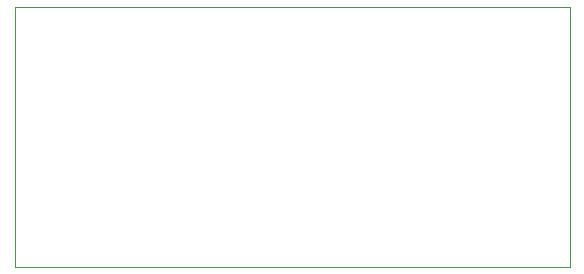
<source format=gm1>
%TF.GenerationSoftware,KiCad,Pcbnew,(6.0.8)*%
%TF.CreationDate,2022-11-18T22:38:32+01:00*%
%TF.ProjectId,Single-DCDC-Converter,53696e67-6c65-42d4-9443-44432d436f6e,rev?*%
%TF.SameCoordinates,Original*%
%TF.FileFunction,Profile,NP*%
%FSLAX46Y46*%
G04 Gerber Fmt 4.6, Leading zero omitted, Abs format (unit mm)*
G04 Created by KiCad (PCBNEW (6.0.8)) date 2022-11-18 22:38:32*
%MOMM*%
%LPD*%
G01*
G04 APERTURE LIST*
%TA.AperFunction,Profile*%
%ADD10C,0.100000*%
%TD*%
G04 APERTURE END LIST*
D10*
X119366200Y-59688200D02*
X72366200Y-59688200D01*
X72366200Y-59688200D02*
X72366200Y-81688200D01*
X72366200Y-81688200D02*
X119366200Y-81688200D01*
X119366200Y-81688200D02*
X119366200Y-59688200D01*
M02*

</source>
